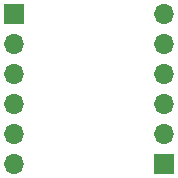
<source format=gbs>
%TF.GenerationSoftware,KiCad,Pcbnew,8.0.4*%
%TF.CreationDate,2025-01-06T14:26:04+00:00*%
%TF.ProjectId,essop_10_breakout,6573736f-705f-4313-905f-627265616b6f,rev?*%
%TF.SameCoordinates,Original*%
%TF.FileFunction,Soldermask,Bot*%
%TF.FilePolarity,Negative*%
%FSLAX46Y46*%
G04 Gerber Fmt 4.6, Leading zero omitted, Abs format (unit mm)*
G04 Created by KiCad (PCBNEW 8.0.4) date 2025-01-06 14:26:04*
%MOMM*%
%LPD*%
G01*
G04 APERTURE LIST*
%ADD10R,1.700000X1.700000*%
%ADD11O,1.700000X1.700000*%
G04 APERTURE END LIST*
D10*
%TO.C,J5*%
X52650000Y-52650000D03*
D11*
X52650000Y-55190000D03*
X52650000Y-57730000D03*
X52650000Y-60270000D03*
X52650000Y-62810000D03*
X52650000Y-65350000D03*
%TD*%
D10*
%TO.C,J6*%
X65350000Y-65350000D03*
D11*
X65350000Y-62810000D03*
X65350000Y-60270000D03*
X65350000Y-57730000D03*
X65350000Y-55190000D03*
X65350000Y-52650000D03*
%TD*%
M02*

</source>
